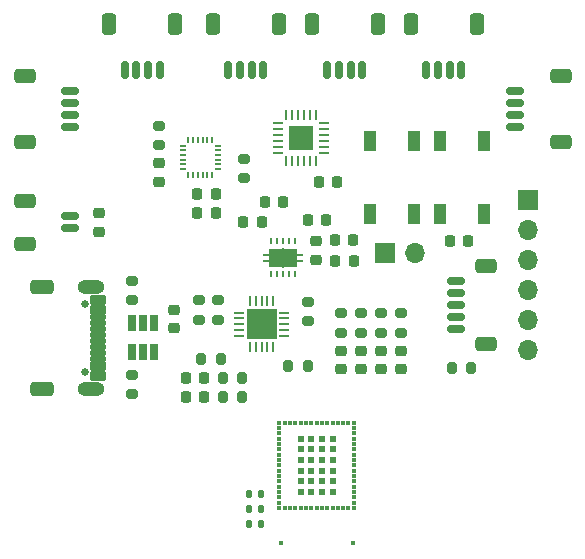
<source format=gbr>
%TF.GenerationSoftware,KiCad,Pcbnew,7.0.10*%
%TF.CreationDate,2024-04-19T21:49:06+08:00*%
%TF.ProjectId,MyProject1_4,4d795072-6f6a-4656-9374-315f342e6b69,rev?*%
%TF.SameCoordinates,Original*%
%TF.FileFunction,Soldermask,Top*%
%TF.FilePolarity,Negative*%
%FSLAX46Y46*%
G04 Gerber Fmt 4.6, Leading zero omitted, Abs format (unit mm)*
G04 Created by KiCad (PCBNEW 7.0.10) date 2024-04-19 21:49:06*
%MOMM*%
%LPD*%
G01*
G04 APERTURE LIST*
G04 Aperture macros list*
%AMRoundRect*
0 Rectangle with rounded corners*
0 $1 Rounding radius*
0 $2 $3 $4 $5 $6 $7 $8 $9 X,Y pos of 4 corners*
0 Add a 4 corners polygon primitive as box body*
4,1,4,$2,$3,$4,$5,$6,$7,$8,$9,$2,$3,0*
0 Add four circle primitives for the rounded corners*
1,1,$1+$1,$2,$3*
1,1,$1+$1,$4,$5*
1,1,$1+$1,$6,$7*
1,1,$1+$1,$8,$9*
0 Add four rect primitives between the rounded corners*
20,1,$1+$1,$2,$3,$4,$5,0*
20,1,$1+$1,$4,$5,$6,$7,0*
20,1,$1+$1,$6,$7,$8,$9,0*
20,1,$1+$1,$8,$9,$2,$3,0*%
G04 Aperture macros list end*
%ADD10RoundRect,0.150000X-0.625000X0.150000X-0.625000X-0.150000X0.625000X-0.150000X0.625000X0.150000X0*%
%ADD11RoundRect,0.250000X-0.650000X0.350000X-0.650000X-0.350000X0.650000X-0.350000X0.650000X0.350000X0*%
%ADD12RoundRect,0.218750X-0.256250X0.218750X-0.256250X-0.218750X0.256250X-0.218750X0.256250X0.218750X0*%
%ADD13RoundRect,0.140000X0.140000X0.170000X-0.140000X0.170000X-0.140000X-0.170000X0.140000X-0.170000X0*%
%ADD14RoundRect,0.225000X-0.225000X-0.250000X0.225000X-0.250000X0.225000X0.250000X-0.225000X0.250000X0*%
%ADD15RoundRect,0.150000X0.150000X0.625000X-0.150000X0.625000X-0.150000X-0.625000X0.150000X-0.625000X0*%
%ADD16RoundRect,0.250000X0.350000X0.650000X-0.350000X0.650000X-0.350000X-0.650000X0.350000X-0.650000X0*%
%ADD17RoundRect,0.225000X-0.250000X0.225000X-0.250000X-0.225000X0.250000X-0.225000X0.250000X0.225000X0*%
%ADD18RoundRect,0.042240X0.309760X-0.669760X0.309760X0.669760X-0.309760X0.669760X-0.309760X-0.669760X0*%
%ADD19RoundRect,0.218750X0.218750X0.256250X-0.218750X0.256250X-0.218750X-0.256250X0.218750X-0.256250X0*%
%ADD20RoundRect,0.200000X-0.275000X0.200000X-0.275000X-0.200000X0.275000X-0.200000X0.275000X0.200000X0*%
%ADD21R,0.350000X0.350000*%
%ADD22R,0.350000X0.300000*%
%ADD23R,0.300000X0.350000*%
%ADD24R,0.600000X0.600000*%
%ADD25R,0.430000X0.430000*%
%ADD26RoundRect,0.062500X0.375000X0.062500X-0.375000X0.062500X-0.375000X-0.062500X0.375000X-0.062500X0*%
%ADD27RoundRect,0.062500X0.062500X0.375000X-0.062500X0.375000X-0.062500X-0.375000X0.062500X-0.375000X0*%
%ADD28R,2.100000X2.100000*%
%ADD29C,0.650000*%
%ADD30RoundRect,0.100000X-0.575000X0.300000X-0.575000X-0.300000X0.575000X-0.300000X0.575000X0.300000X0*%
%ADD31RoundRect,0.100000X-0.575000X0.150000X-0.575000X-0.150000X0.575000X-0.150000X0.575000X0.150000X0*%
%ADD32O,2.300000X1.200000*%
%ADD33RoundRect,0.300000X-0.700000X0.300000X-0.700000X-0.300000X0.700000X-0.300000X0.700000X0.300000X0*%
%ADD34RoundRect,0.225000X0.225000X0.250000X-0.225000X0.250000X-0.225000X-0.250000X0.225000X-0.250000X0*%
%ADD35RoundRect,0.225000X0.250000X-0.225000X0.250000X0.225000X-0.250000X0.225000X-0.250000X-0.225000X0*%
%ADD36R,1.700000X1.700000*%
%ADD37O,1.700000X1.700000*%
%ADD38RoundRect,0.200000X0.200000X0.275000X-0.200000X0.275000X-0.200000X-0.275000X0.200000X-0.275000X0*%
%ADD39RoundRect,0.150000X0.625000X-0.150000X0.625000X0.150000X-0.625000X0.150000X-0.625000X-0.150000X0*%
%ADD40RoundRect,0.250000X0.650000X-0.350000X0.650000X0.350000X-0.650000X0.350000X-0.650000X-0.350000X0*%
%ADD41RoundRect,0.200000X0.275000X-0.200000X0.275000X0.200000X-0.275000X0.200000X-0.275000X-0.200000X0*%
%ADD42R,1.100000X1.800000*%
%ADD43RoundRect,0.200000X-0.200000X-0.275000X0.200000X-0.275000X0.200000X0.275000X-0.200000X0.275000X0*%
%ADD44RoundRect,0.050000X-0.050000X0.225000X-0.050000X-0.225000X0.050000X-0.225000X0.050000X0.225000X0*%
%ADD45RoundRect,0.050000X-0.225000X-0.050000X0.225000X-0.050000X0.225000X0.050000X-0.225000X0.050000X0*%
%ADD46RoundRect,0.218750X-0.218750X-0.256250X0.218750X-0.256250X0.218750X0.256250X-0.218750X0.256250X0*%
%ADD47O,0.240000X0.600000*%
%ADD48R,2.400000X1.650000*%
%ADD49C,0.500000*%
%ADD50R,0.500000X0.250000*%
%ADD51RoundRect,0.218750X0.256250X-0.218750X0.256250X0.218750X-0.256250X0.218750X-0.256250X-0.218750X0*%
%ADD52RoundRect,0.062500X-0.350000X-0.062500X0.350000X-0.062500X0.350000X0.062500X-0.350000X0.062500X0*%
%ADD53RoundRect,0.062500X-0.062500X-0.350000X0.062500X-0.350000X0.062500X0.350000X-0.062500X0.350000X0*%
%ADD54R,2.500000X2.500000*%
G04 APERTURE END LIST*
D10*
%TO.C,J6*%
X76200000Y-55700000D03*
X76200000Y-56700000D03*
X76200000Y-57700000D03*
X76200000Y-58700000D03*
D11*
X72325000Y-54400000D03*
X72325000Y-60000000D03*
%TD*%
D12*
%TO.C,D2*%
X102500000Y-77650000D03*
X102500000Y-79225000D03*
%TD*%
D13*
%TO.C,C12*%
X92323000Y-92310000D03*
X91363000Y-92310000D03*
%TD*%
D14*
%TO.C,C5*%
X86950000Y-64400000D03*
X88500000Y-64400000D03*
%TD*%
D15*
%TO.C,J5*%
X83790000Y-53913000D03*
X82790000Y-53913000D03*
X81790000Y-53913000D03*
X80790000Y-53913000D03*
D16*
X85090000Y-50038000D03*
X79490000Y-50038000D03*
%TD*%
D17*
%TO.C,C13*%
X78613000Y-66027000D03*
X78613000Y-67577000D03*
%TD*%
D18*
%TO.C,U2*%
X81400000Y-77801000D03*
X82350000Y-77801000D03*
X83300000Y-77801000D03*
X83300000Y-75311000D03*
X82350000Y-75311000D03*
X81400000Y-75311000D03*
%TD*%
D19*
%TO.C,D5*%
X87550000Y-81600000D03*
X85975000Y-81600000D03*
%TD*%
D13*
%TO.C,C10*%
X92323000Y-89810000D03*
X91363000Y-89810000D03*
%TD*%
D14*
%TO.C,C8*%
X98625000Y-70112500D03*
X100175000Y-70112500D03*
%TD*%
D20*
%TO.C,R8*%
X81395000Y-79693000D03*
X81395000Y-81343000D03*
%TD*%
D21*
%TO.C,U1*%
X100225000Y-91000000D03*
D22*
X100225000Y-90525000D03*
X100225000Y-90075000D03*
X100225000Y-89625000D03*
X100225000Y-89175000D03*
X100225000Y-88725000D03*
X100225000Y-88275000D03*
X100225000Y-87825000D03*
X100225000Y-87375000D03*
X100225000Y-86925000D03*
X100225000Y-86475000D03*
X100225000Y-86025000D03*
X100225000Y-85575000D03*
X100225000Y-85125000D03*
X100225000Y-84675000D03*
X100225000Y-84225000D03*
D21*
X100225000Y-83750000D03*
D23*
X99750000Y-83750000D03*
X99300000Y-83750000D03*
X98850000Y-83750000D03*
X98400000Y-83750000D03*
X97950000Y-83750000D03*
X97500000Y-83750000D03*
X97050000Y-83750000D03*
X96600000Y-83750000D03*
X96150000Y-83750000D03*
X95700000Y-83750000D03*
X95250000Y-83750000D03*
X94800000Y-83750000D03*
X94350000Y-83750000D03*
D21*
X93875000Y-83750000D03*
D22*
X93875000Y-84225000D03*
X93875000Y-84675000D03*
X93875000Y-85125000D03*
X93875000Y-85575000D03*
X93875000Y-86025000D03*
X93875000Y-86475000D03*
X93875000Y-86925000D03*
X93875000Y-87375000D03*
X93875000Y-87825000D03*
X93875000Y-88275000D03*
X93875000Y-88725000D03*
X93875000Y-89175000D03*
X93875000Y-89625000D03*
X93875000Y-90075000D03*
X93875000Y-90525000D03*
D21*
X93875000Y-91000000D03*
D23*
X94350000Y-91000000D03*
X94800000Y-91000000D03*
X95250000Y-91000000D03*
X95700000Y-91000000D03*
X96150000Y-91000000D03*
X96600000Y-91000000D03*
X97050000Y-91000000D03*
X97500000Y-91000000D03*
X97950000Y-91000000D03*
X98400000Y-91000000D03*
X98850000Y-91000000D03*
X99300000Y-91000000D03*
X99750000Y-91000000D03*
D24*
X98400000Y-89625000D03*
X98400000Y-88725000D03*
X98400000Y-87825000D03*
X98400000Y-86925000D03*
X98400000Y-86025000D03*
X98400000Y-85125000D03*
X97500000Y-85125000D03*
X96600000Y-85125000D03*
X95700000Y-85125000D03*
X95700000Y-86025000D03*
X95700000Y-86925000D03*
X95700000Y-87825000D03*
X95700000Y-88725000D03*
X95700000Y-89625000D03*
X96600000Y-89625000D03*
X97500000Y-89625000D03*
X97500000Y-88725000D03*
X97500000Y-87825000D03*
X97500000Y-86925000D03*
X97500000Y-86025000D03*
X96600000Y-86025000D03*
X96600000Y-86925000D03*
X96600000Y-87825000D03*
X96600000Y-88725000D03*
D25*
X100100000Y-93960000D03*
X94000000Y-93960000D03*
%TD*%
D26*
%TO.C,U4*%
X97687500Y-60912500D03*
X97687500Y-60412500D03*
X97687500Y-59912500D03*
X97687500Y-59412500D03*
X97687500Y-58912500D03*
X97687500Y-58412500D03*
D27*
X97000000Y-57725000D03*
X96500000Y-57725000D03*
X96000000Y-57725000D03*
X95500000Y-57725000D03*
X95000000Y-57725000D03*
X94500000Y-57725000D03*
D26*
X93812500Y-58412500D03*
X93812500Y-58912500D03*
X93812500Y-59412500D03*
X93812500Y-59912500D03*
X93812500Y-60412500D03*
X93812500Y-60912500D03*
D27*
X94500000Y-61600000D03*
X95000000Y-61600000D03*
X95500000Y-61600000D03*
X96000000Y-61600000D03*
X96500000Y-61600000D03*
X97000000Y-61600000D03*
D28*
X95750000Y-59662500D03*
%TD*%
D29*
%TO.C,J9*%
X77480000Y-73690000D03*
X77480000Y-79470000D03*
D30*
X78555000Y-73380000D03*
X78555000Y-74180000D03*
D31*
X78555000Y-75330000D03*
X78555000Y-76330000D03*
X78555000Y-76830000D03*
X78555000Y-77830000D03*
D30*
X78555000Y-79780000D03*
X78555000Y-78980000D03*
D31*
X78555000Y-78330000D03*
X78555000Y-77330000D03*
X78555000Y-75830000D03*
X78555000Y-74830000D03*
D32*
X77980000Y-72260000D03*
X77980000Y-80900000D03*
D33*
X73800000Y-72260000D03*
X73800000Y-80900000D03*
%TD*%
D14*
%TO.C,C6*%
X86950000Y-66000000D03*
X88500000Y-66000000D03*
%TD*%
D34*
%TO.C,C1*%
X94200000Y-65100000D03*
X92650000Y-65100000D03*
%TD*%
D15*
%TO.C,J2*%
X109317000Y-53900000D03*
X108317000Y-53900000D03*
X107317000Y-53900000D03*
X106317000Y-53900000D03*
D16*
X110617000Y-50025000D03*
X105017000Y-50025000D03*
%TD*%
D35*
%TO.C,C14*%
X85000000Y-75750000D03*
X85000000Y-74200000D03*
%TD*%
D36*
%TO.C,JP1*%
X102825000Y-69400000D03*
D37*
X105365000Y-69400000D03*
%TD*%
D20*
%TO.C,R3*%
X104190000Y-74500000D03*
X104190000Y-76150000D03*
%TD*%
D38*
%TO.C,R12*%
X96300000Y-78937500D03*
X94650000Y-78937500D03*
%TD*%
D19*
%TO.C,D6*%
X87550000Y-80000000D03*
X85975000Y-80000000D03*
%TD*%
D20*
%TO.C,R5*%
X100800000Y-74500000D03*
X100800000Y-76150000D03*
%TD*%
D39*
%TO.C,J1*%
X113854000Y-58700000D03*
X113854000Y-57700000D03*
X113854000Y-56700000D03*
X113854000Y-55700000D03*
D40*
X117729000Y-60000000D03*
X117729000Y-54400000D03*
%TD*%
D36*
%TO.C,J10*%
X114935000Y-64897000D03*
D37*
X114935000Y-67437000D03*
X114935000Y-69977000D03*
X114935000Y-72517000D03*
X114935000Y-75057000D03*
X114935000Y-77597000D03*
%TD*%
D38*
%TO.C,R15*%
X90750000Y-81600000D03*
X89100000Y-81600000D03*
%TD*%
D41*
%TO.C,R9*%
X81395000Y-73406000D03*
X81395000Y-71756000D03*
%TD*%
D42*
%TO.C,SW1*%
X105300000Y-59900000D03*
X105300000Y-66100000D03*
X101600000Y-59900000D03*
X101600000Y-66100000D03*
%TD*%
D41*
%TO.C,R1*%
X83700000Y-60250000D03*
X83700000Y-58600000D03*
%TD*%
D12*
%TO.C,D3*%
X100800000Y-77675000D03*
X100800000Y-79250000D03*
%TD*%
D15*
%TO.C,J4*%
X92553000Y-53900000D03*
X91553000Y-53900000D03*
X90553000Y-53900000D03*
X89553000Y-53900000D03*
D16*
X93853000Y-50025000D03*
X88253000Y-50025000D03*
%TD*%
D14*
%TO.C,C3*%
X98612500Y-68317500D03*
X100162500Y-68317500D03*
%TD*%
D10*
%TO.C,J7*%
X108875000Y-71800000D03*
X108875000Y-72800000D03*
X108875000Y-73800000D03*
X108875000Y-74800000D03*
X108875000Y-75800000D03*
D11*
X111400000Y-70500000D03*
X111400000Y-77100000D03*
%TD*%
D20*
%TO.C,R4*%
X102500000Y-74500000D03*
X102500000Y-76150000D03*
%TD*%
D14*
%TO.C,C9*%
X108325000Y-68400000D03*
X109875000Y-68400000D03*
%TD*%
D43*
%TO.C,R7*%
X108475000Y-79100000D03*
X110125000Y-79100000D03*
%TD*%
D12*
%TO.C,D1*%
X104200000Y-77662500D03*
X104200000Y-79237500D03*
%TD*%
D44*
%TO.C,U3*%
X88200000Y-59800000D03*
X87800000Y-59800000D03*
X87400000Y-59800000D03*
X87000000Y-59800000D03*
X86600000Y-59800000D03*
X86200000Y-59800000D03*
D45*
X85700000Y-60300000D03*
X85700000Y-60700000D03*
X85700000Y-61100000D03*
X85700000Y-61500000D03*
X85700000Y-61900000D03*
X85700000Y-62300000D03*
D44*
X86200000Y-62800000D03*
X86600000Y-62800000D03*
X87000000Y-62800000D03*
X87400000Y-62800000D03*
X87800000Y-62800000D03*
X88200000Y-62800000D03*
D45*
X88700000Y-62300000D03*
X88700000Y-61900000D03*
X88700000Y-61500000D03*
X88700000Y-61100000D03*
X88700000Y-60700000D03*
X88700000Y-60300000D03*
%TD*%
D14*
%TO.C,C4*%
X97225000Y-63400000D03*
X98775000Y-63400000D03*
%TD*%
D41*
%TO.C,R11*%
X88700000Y-75050000D03*
X88700000Y-73400000D03*
%TD*%
D38*
%TO.C,R16*%
X90750000Y-80000000D03*
X89100000Y-80000000D03*
%TD*%
D46*
%TO.C,L1*%
X90825000Y-66800000D03*
X92400000Y-66800000D03*
%TD*%
D14*
%TO.C,C2*%
X96300000Y-66600000D03*
X97850000Y-66600000D03*
%TD*%
D42*
%TO.C,SW2*%
X111200000Y-59900000D03*
X111200000Y-66100000D03*
X107500000Y-59900000D03*
X107500000Y-66100000D03*
%TD*%
D35*
%TO.C,C7*%
X83700000Y-63350000D03*
X83700000Y-61800000D03*
%TD*%
D20*
%TO.C,R10*%
X87100000Y-73400000D03*
X87100000Y-75050000D03*
%TD*%
D47*
%TO.C,U5*%
X95200000Y-68400000D03*
X94700000Y-68400000D03*
X94200000Y-68400000D03*
X93700000Y-68400000D03*
X93200000Y-68400000D03*
X93200000Y-71200000D03*
X93700000Y-71200000D03*
X94200000Y-71200000D03*
X94700000Y-71200000D03*
X95200000Y-71200000D03*
D48*
X94200000Y-69800000D03*
D49*
X94200000Y-69225000D03*
D50*
X95650000Y-69550000D03*
X92750000Y-69550000D03*
D49*
X95150000Y-69800000D03*
X93250000Y-69800000D03*
D50*
X95650000Y-70050000D03*
X92750000Y-70050000D03*
D49*
X94200000Y-70375000D03*
%TD*%
D51*
%TO.C,L2*%
X97000000Y-69987500D03*
X97000000Y-68412500D03*
%TD*%
D41*
%TO.C,R2*%
X90900000Y-63050000D03*
X90900000Y-61400000D03*
%TD*%
D20*
%TO.C,R6*%
X99100000Y-74500000D03*
X99100000Y-76150000D03*
%TD*%
D13*
%TO.C,C11*%
X92323000Y-91070000D03*
X91363000Y-91070000D03*
%TD*%
D52*
%TO.C,U6*%
X90450000Y-74437500D03*
X90450000Y-74937500D03*
X90450000Y-75437500D03*
X90450000Y-75937500D03*
X90450000Y-76437500D03*
D53*
X91387500Y-77375000D03*
X91887500Y-77375000D03*
X92387500Y-77375000D03*
X92887500Y-77375000D03*
X93387500Y-77375000D03*
D52*
X94325000Y-76437500D03*
X94325000Y-75937500D03*
X94325000Y-75437500D03*
X94325000Y-74937500D03*
X94325000Y-74437500D03*
D53*
X93387500Y-73500000D03*
X92887500Y-73500000D03*
X92387500Y-73500000D03*
X91887500Y-73500000D03*
X91387500Y-73500000D03*
D54*
X92387500Y-75437500D03*
%TD*%
D12*
%TO.C,D4*%
X99100000Y-77662500D03*
X99100000Y-79237500D03*
%TD*%
D10*
%TO.C,J8*%
X76200000Y-66294000D03*
X76200000Y-67294000D03*
D11*
X72325000Y-64994000D03*
X72325000Y-68594000D03*
%TD*%
D43*
%TO.C,TH1*%
X87275000Y-78400000D03*
X88925000Y-78400000D03*
%TD*%
D15*
%TO.C,J3*%
X100935000Y-53913000D03*
X99935000Y-53913000D03*
X98935000Y-53913000D03*
X97935000Y-53913000D03*
D16*
X102235000Y-50038000D03*
X96635000Y-50038000D03*
%TD*%
D41*
%TO.C,R13*%
X96350000Y-75162500D03*
X96350000Y-73512500D03*
%TD*%
M02*

</source>
